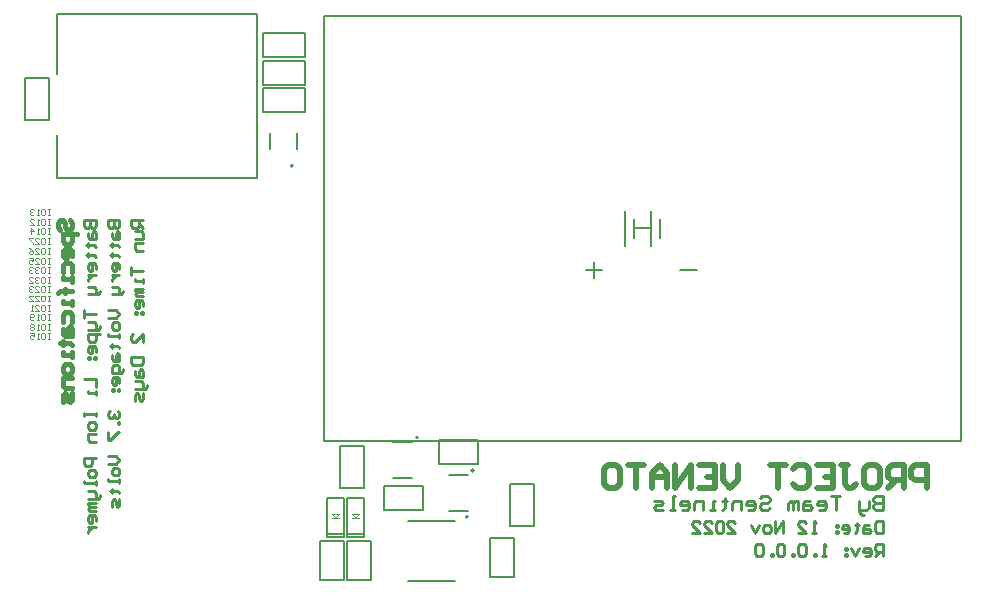
<source format=gbo>
G04*
G04 #@! TF.GenerationSoftware,Altium Limited,Altium Designer,22.0.2 (36)*
G04*
G04 Layer_Color=32896*
%FSLAX44Y44*%
%MOMM*%
G71*
G04*
G04 #@! TF.SameCoordinates,5265F303-A955-4834-83B4-5BE1E65ADB8C*
G04*
G04*
G04 #@! TF.FilePolarity,Positive*
G04*
G01*
G75*
%ADD10C,0.2000*%
%ADD11C,0.1500*%
%ADD13C,0.1000*%
%ADD14C,0.1270*%
%ADD16C,0.4000*%
%ADD17C,0.2540*%
%ADD95C,0.5000*%
%ADD118C,0.1524*%
D10*
X273000Y408000D02*
G03*
X273000Y408000I-1000J0D01*
G01*
X421000Y111000D02*
G03*
X421000Y111000I-1000J0D01*
G01*
X521000Y320000D02*
X535000D01*
X528000Y313000D02*
Y327000D01*
X601000Y320000D02*
X615000D01*
X554000Y340000D02*
Y370000D01*
X562000Y347000D02*
Y363000D01*
X576000Y340000D02*
Y370000D01*
X584000Y347000D02*
Y363000D01*
X562000Y355000D02*
X576000D01*
X439840Y59990D02*
Y93010D01*
X460160Y59990D02*
Y93010D01*
X439840Y59990D02*
X460160D01*
X439840Y93010D02*
X460160D01*
X301840Y94000D02*
X315840D01*
X301840Y126500D02*
X315840D01*
X301840Y96500D02*
Y126500D01*
X315840Y96500D02*
Y126500D01*
X308840Y96500D02*
X315840D01*
X301840D02*
X308840D01*
X315840Y94000D02*
Y96500D01*
X301840Y94000D02*
Y96500D01*
X318840Y94000D02*
X332840D01*
X318840Y126500D02*
X332840D01*
X318840Y96500D02*
Y126500D01*
X332840Y96500D02*
Y126500D01*
X325840Y96500D02*
X332840D01*
X318840D02*
X325840D01*
X332840Y94000D02*
Y96500D01*
X318840Y94000D02*
Y96500D01*
X318680Y90510D02*
X339000D01*
X318680Y57490D02*
X339000D01*
Y90510D01*
X318680Y57490D02*
Y90510D01*
X295680D02*
X316000D01*
X295680Y57490D02*
X316000D01*
Y90510D01*
X295680Y57490D02*
Y90510D01*
X383510Y116840D02*
Y137160D01*
X350490Y116840D02*
Y137160D01*
Y116840D02*
X383510D01*
X350490Y137160D02*
X383510D01*
X396490Y155840D02*
Y176160D01*
X429510Y155840D02*
Y176160D01*
X396490D02*
X429510D01*
X396490Y155840D02*
X429510D01*
X456840Y103220D02*
X477160D01*
X456840D02*
Y138780D01*
X477160Y103220D02*
Y138780D01*
X456840D02*
X477160D01*
X312840Y135220D02*
X333160D01*
X312840D02*
Y170780D01*
X333160Y135220D02*
Y170780D01*
X312840D02*
X333160D01*
X247220Y453840D02*
Y474160D01*
X282780D01*
X247220Y453840D02*
X282780D01*
Y474160D01*
X247220Y476840D02*
Y497160D01*
X282780D01*
X247220Y476840D02*
X282780D01*
Y497160D01*
X247220Y499840D02*
Y520160D01*
X282780D01*
X247220Y499840D02*
X282780D01*
Y520160D01*
X45840Y482780D02*
X66160D01*
Y447220D02*
Y482780D01*
X45840Y447220D02*
Y482780D01*
Y447220D02*
X66160D01*
D11*
X299000Y175000D02*
Y535000D01*
X839000Y175000D02*
Y535000D01*
X299000Y175000D02*
X839000D01*
X299000Y535000D02*
X839000D01*
D13*
X305840Y109750D02*
X312090D01*
X309090Y110500D02*
X311840Y113250D01*
X308840Y110500D02*
X309090D01*
X306090Y113250D02*
X308840Y110500D01*
X306090Y113250D02*
X311840D01*
X322840Y109750D02*
X329090D01*
X326090Y110500D02*
X328840Y113250D01*
X325840Y110500D02*
X326090D01*
X323090Y113250D02*
X325840Y110500D01*
X323090Y113250D02*
X328840D01*
X67000Y371248D02*
X65334D01*
X66167D01*
Y366250D01*
X67000D01*
X65334D01*
X60335Y371248D02*
X62002D01*
X62835Y370415D01*
Y367083D01*
X62002Y366250D01*
X60335D01*
X59502Y367083D01*
Y370415D01*
X60335Y371248D01*
X57836Y366250D02*
X56170D01*
X57003D01*
Y371248D01*
X57836Y370415D01*
X53671D02*
X52838Y371248D01*
X51172D01*
X50339Y370415D01*
Y369582D01*
X51172Y368749D01*
X52005D01*
X51172D01*
X50339Y367916D01*
Y367083D01*
X51172Y366250D01*
X52838D01*
X53671Y367083D01*
X67000Y363248D02*
X65334D01*
X66167D01*
Y358250D01*
X67000D01*
X65334D01*
X60335Y363248D02*
X62002D01*
X62835Y362415D01*
Y359083D01*
X62002Y358250D01*
X60335D01*
X59502Y359083D01*
Y362415D01*
X60335Y363248D01*
X57836Y358250D02*
X56170D01*
X57003D01*
Y363248D01*
X57836Y362415D01*
X50339Y358250D02*
X53671D01*
X50339Y361582D01*
Y362415D01*
X51172Y363248D01*
X52838D01*
X53671Y362415D01*
X67000Y355248D02*
X65334D01*
X66167D01*
Y350250D01*
X67000D01*
X65334D01*
X60335Y355248D02*
X62002D01*
X62835Y354415D01*
Y351083D01*
X62002Y350250D01*
X60335D01*
X59502Y351083D01*
Y354415D01*
X60335Y355248D01*
X57836Y350250D02*
X56170D01*
X57003D01*
Y355248D01*
X57836Y354415D01*
X51172Y350250D02*
Y355248D01*
X53671Y352749D01*
X50339D01*
X67000Y347248D02*
X65334D01*
X66167D01*
Y342250D01*
X67000D01*
X65334D01*
X60335Y347248D02*
X62002D01*
X62835Y346415D01*
Y343083D01*
X62002Y342250D01*
X60335D01*
X59502Y343083D01*
Y346415D01*
X60335Y347248D01*
X54504Y342250D02*
X57836D01*
X54504Y345582D01*
Y346415D01*
X55337Y347248D01*
X57003D01*
X57836Y346415D01*
X52838Y347248D02*
X49506D01*
Y346415D01*
X52838Y343083D01*
Y342250D01*
X67000Y338248D02*
X65334D01*
X66167D01*
Y333250D01*
X67000D01*
X65334D01*
X60335Y338248D02*
X62002D01*
X62835Y337415D01*
Y334083D01*
X62002Y333250D01*
X60335D01*
X59502Y334083D01*
Y337415D01*
X60335Y338248D01*
X54504Y333250D02*
X57836D01*
X54504Y336582D01*
Y337415D01*
X55337Y338248D01*
X57003D01*
X57836Y337415D01*
X49506Y338248D02*
X51172Y337415D01*
X52838Y335749D01*
Y334083D01*
X52005Y333250D01*
X50339D01*
X49506Y334083D01*
Y334916D01*
X50339Y335749D01*
X52838D01*
X67000Y330248D02*
X65334D01*
X66167D01*
Y325250D01*
X67000D01*
X65334D01*
X60335Y330248D02*
X62002D01*
X62835Y329415D01*
Y326083D01*
X62002Y325250D01*
X60335D01*
X59502Y326083D01*
Y329415D01*
X60335Y330248D01*
X54504Y325250D02*
X57836D01*
X54504Y328582D01*
Y329415D01*
X55337Y330248D01*
X57003D01*
X57836Y329415D01*
X49506Y330248D02*
X52838D01*
Y327749D01*
X51172Y328582D01*
X50339D01*
X49506Y327749D01*
Y326083D01*
X50339Y325250D01*
X52005D01*
X52838Y326083D01*
X67000Y322248D02*
X65334D01*
X66167D01*
Y317250D01*
X67000D01*
X65334D01*
X60335Y322248D02*
X62002D01*
X62835Y321415D01*
Y318083D01*
X62002Y317250D01*
X60335D01*
X59502Y318083D01*
Y321415D01*
X60335Y322248D01*
X57836Y321415D02*
X57003Y322248D01*
X55337D01*
X54504Y321415D01*
Y320582D01*
X55337Y319749D01*
X56170D01*
X55337D01*
X54504Y318916D01*
Y318083D01*
X55337Y317250D01*
X57003D01*
X57836Y318083D01*
X52838Y321415D02*
X52005Y322248D01*
X50339D01*
X49506Y321415D01*
Y320582D01*
X50339Y319749D01*
X51172D01*
X50339D01*
X49506Y318916D01*
Y318083D01*
X50339Y317250D01*
X52005D01*
X52838Y318083D01*
X67000Y314248D02*
X65334D01*
X66167D01*
Y309250D01*
X67000D01*
X65334D01*
X60335Y314248D02*
X62002D01*
X62835Y313415D01*
Y310083D01*
X62002Y309250D01*
X60335D01*
X59502Y310083D01*
Y313415D01*
X60335Y314248D01*
X57836Y313415D02*
X57003Y314248D01*
X55337D01*
X54504Y313415D01*
Y312582D01*
X55337Y311749D01*
X56170D01*
X55337D01*
X54504Y310916D01*
Y310083D01*
X55337Y309250D01*
X57003D01*
X57836Y310083D01*
X49506Y309250D02*
X52838D01*
X49506Y312582D01*
Y313415D01*
X50339Y314248D01*
X52005D01*
X52838Y313415D01*
X67000Y306248D02*
X65334D01*
X66167D01*
Y301250D01*
X67000D01*
X65334D01*
X60335Y306248D02*
X62002D01*
X62835Y305415D01*
Y302083D01*
X62002Y301250D01*
X60335D01*
X59502Y302083D01*
Y305415D01*
X60335Y306248D01*
X54504Y301250D02*
X57836D01*
X54504Y304582D01*
Y305415D01*
X55337Y306248D01*
X57003D01*
X57836Y305415D01*
X52838D02*
X52005Y306248D01*
X50339D01*
X49506Y305415D01*
Y304582D01*
X50339Y303749D01*
X51172D01*
X50339D01*
X49506Y302916D01*
Y302083D01*
X50339Y301250D01*
X52005D01*
X52838Y302083D01*
X67000Y298248D02*
X65334D01*
X66167D01*
Y293250D01*
X67000D01*
X65334D01*
X60335Y298248D02*
X62002D01*
X62835Y297415D01*
Y294083D01*
X62002Y293250D01*
X60335D01*
X59502Y294083D01*
Y297415D01*
X60335Y298248D01*
X54504Y293250D02*
X57836D01*
X54504Y296582D01*
Y297415D01*
X55337Y298248D01*
X57003D01*
X57836Y297415D01*
X49506Y293250D02*
X52838D01*
X49506Y296582D01*
Y297415D01*
X50339Y298248D01*
X52005D01*
X52838Y297415D01*
X67000Y290248D02*
X65334D01*
X66167D01*
Y285250D01*
X67000D01*
X65334D01*
X60335Y290248D02*
X62002D01*
X62835Y289415D01*
Y286083D01*
X62002Y285250D01*
X60335D01*
X59502Y286083D01*
Y289415D01*
X60335Y290248D01*
X54504Y285250D02*
X57836D01*
X54504Y288582D01*
Y289415D01*
X55337Y290248D01*
X57003D01*
X57836Y289415D01*
X52838Y285250D02*
X51172D01*
X52005D01*
Y290248D01*
X52838Y289415D01*
X67000Y282248D02*
X65334D01*
X66167D01*
Y277250D01*
X67000D01*
X65334D01*
X60335Y282248D02*
X62002D01*
X62835Y281415D01*
Y278083D01*
X62002Y277250D01*
X60335D01*
X59502Y278083D01*
Y281415D01*
X60335Y282248D01*
X57836Y277250D02*
X56170D01*
X57003D01*
Y282248D01*
X57836Y281415D01*
X53671Y278083D02*
X52838Y277250D01*
X51172D01*
X50339Y278083D01*
Y281415D01*
X51172Y282248D01*
X52838D01*
X53671Y281415D01*
Y280582D01*
X52838Y279749D01*
X50339D01*
X67000Y274248D02*
X65334D01*
X66167D01*
Y269250D01*
X67000D01*
X65334D01*
X60335Y274248D02*
X62002D01*
X62835Y273415D01*
Y270083D01*
X62002Y269250D01*
X60335D01*
X59502Y270083D01*
Y273415D01*
X60335Y274248D01*
X57836Y269250D02*
X56170D01*
X57003D01*
Y274248D01*
X57836Y273415D01*
X53671D02*
X52838Y274248D01*
X51172D01*
X50339Y273415D01*
Y272582D01*
X51172Y271749D01*
X50339Y270916D01*
Y270083D01*
X51172Y269250D01*
X52838D01*
X53671Y270083D01*
Y270916D01*
X52838Y271749D01*
X53671Y272582D01*
Y273415D01*
X52838Y271749D02*
X51172D01*
X67000Y266248D02*
X65334D01*
X66167D01*
Y261250D01*
X67000D01*
X65334D01*
X60335Y266248D02*
X62002D01*
X62835Y265415D01*
Y262083D01*
X62002Y261250D01*
X60335D01*
X59502Y262083D01*
Y265415D01*
X60335Y266248D01*
X57836Y261250D02*
X56170D01*
X57003D01*
Y266248D01*
X57836Y265415D01*
X50339Y266248D02*
X53671D01*
Y263749D01*
X52005Y264582D01*
X51172D01*
X50339Y263749D01*
Y262083D01*
X51172Y261250D01*
X52838D01*
X53671Y262083D01*
D14*
X379000Y178000D02*
G03*
X379000Y178000I-1000J0D01*
G01*
X426000Y150000D02*
G03*
X426000Y150000I-1000J0D01*
G01*
X253300Y422200D02*
Y435800D01*
X276700Y422200D02*
Y435800D01*
X370000Y107500D02*
X410000D01*
X370000Y56500D02*
X410000D01*
X73200Y397750D02*
Y434500D01*
Y486000D02*
Y536250D01*
X242800Y397750D02*
Y536250D01*
X73200Y397750D02*
X242800D01*
X73200Y536250D02*
X242800D01*
D16*
X76005Y354003D02*
X74005Y356002D01*
Y360001D01*
X76005Y362000D01*
X78004D01*
X80003Y360001D01*
Y356002D01*
X82003Y354003D01*
X84002D01*
X86001Y356002D01*
Y360001D01*
X84002Y362000D01*
X90000Y350004D02*
X78004D01*
Y344006D01*
X80003Y342006D01*
X84002D01*
X86001Y344006D01*
Y350004D01*
Y332010D02*
Y336008D01*
X84002Y338008D01*
X80003D01*
X78004Y336008D01*
Y332010D01*
X80003Y330010D01*
X82003D01*
Y338008D01*
X78004Y318014D02*
Y324012D01*
X80003Y326012D01*
X84002D01*
X86001Y324012D01*
Y318014D01*
Y314016D02*
Y310017D01*
Y312016D01*
X78004D01*
Y314016D01*
X86001Y302019D02*
X76005D01*
X80003D01*
Y304019D01*
Y300020D01*
Y302019D01*
X76005D01*
X74005Y300020D01*
X86001Y294022D02*
Y290023D01*
Y292023D01*
X78004D01*
Y294022D01*
Y276028D02*
Y282026D01*
X80003Y284025D01*
X84002D01*
X86001Y282026D01*
Y276028D01*
X78004Y270030D02*
Y266031D01*
X80003Y264032D01*
X86001D01*
Y270030D01*
X84002Y272029D01*
X82003Y270030D01*
Y264032D01*
X76005Y258034D02*
X78004D01*
Y260033D01*
Y256034D01*
Y258034D01*
X84002D01*
X86001Y256034D01*
Y250036D02*
Y246038D01*
Y248037D01*
X78004D01*
Y250036D01*
X86001Y238040D02*
Y234041D01*
X84002Y232042D01*
X80003D01*
X78004Y234041D01*
Y238040D01*
X80003Y240039D01*
X84002D01*
X86001Y238040D01*
Y228043D02*
X78004D01*
Y222045D01*
X80003Y220046D01*
X86001D01*
Y216047D02*
Y210049D01*
X84002Y208050D01*
X82003Y210049D01*
Y214048D01*
X80003Y216047D01*
X78004Y214048D01*
Y208050D01*
D17*
X146128Y362460D02*
X136131D01*
Y357462D01*
X137797Y355796D01*
X141129D01*
X142795Y357462D01*
Y362460D01*
Y359128D02*
X146128Y355796D01*
X139463Y352463D02*
X144462D01*
X146128Y350797D01*
Y345799D01*
X139463D01*
X146128Y342466D02*
X139463D01*
Y337468D01*
X141129Y335802D01*
X146128D01*
X136131Y322473D02*
Y315808D01*
Y319141D01*
X146128D01*
Y312476D02*
Y309144D01*
Y310810D01*
X139463D01*
Y312476D01*
X146128Y304146D02*
X139463D01*
Y302479D01*
X141129Y300813D01*
X146128D01*
X141129D01*
X139463Y299147D01*
X141129Y297481D01*
X146128D01*
Y289150D02*
Y292482D01*
X144462Y294149D01*
X141129D01*
X139463Y292482D01*
Y289150D01*
X141129Y287484D01*
X142795D01*
Y294149D01*
X139463Y284152D02*
Y282486D01*
X141129D01*
Y284152D01*
X139463D01*
X144462D02*
Y282486D01*
X146128D01*
Y284152D01*
X144462D01*
X146128Y259160D02*
Y265825D01*
X139463Y259160D01*
X137797D01*
X136131Y260826D01*
Y264158D01*
X137797Y265825D01*
X136131Y245831D02*
X146128D01*
Y240833D01*
X144462Y239166D01*
X137797D01*
X136131Y240833D01*
Y245831D01*
X139463Y234168D02*
Y230836D01*
X141129Y229170D01*
X146128D01*
Y234168D01*
X144462Y235834D01*
X142795Y234168D01*
Y229170D01*
X139463Y225837D02*
X144462D01*
X146128Y224171D01*
Y219173D01*
X147794D01*
X149460Y220839D01*
Y222505D01*
X146128Y219173D02*
X139463D01*
X146128Y215841D02*
Y210842D01*
X144462Y209176D01*
X142795Y210842D01*
Y214174D01*
X141129Y215841D01*
X139463Y214174D01*
Y209176D01*
X116131Y362460D02*
X126128D01*
Y357462D01*
X124462Y355796D01*
X122795D01*
X121129Y357462D01*
Y362460D01*
Y357462D01*
X119463Y355796D01*
X117797D01*
X116131Y357462D01*
Y362460D01*
X119463Y350797D02*
Y347465D01*
X121129Y345799D01*
X126128D01*
Y350797D01*
X124462Y352463D01*
X122795Y350797D01*
Y345799D01*
X117797Y340800D02*
X119463D01*
Y342466D01*
Y339134D01*
Y340800D01*
X124462D01*
X126128Y339134D01*
X117797Y332470D02*
X119463D01*
Y334136D01*
Y330804D01*
Y332470D01*
X124462D01*
X126128Y330804D01*
Y320807D02*
Y324139D01*
X124462Y325805D01*
X121129D01*
X119463Y324139D01*
Y320807D01*
X121129Y319141D01*
X122795D01*
Y325805D01*
X119463Y315808D02*
X126128D01*
X122795D01*
X121129Y314142D01*
X119463Y312476D01*
Y310810D01*
Y305812D02*
X124462D01*
X126128Y304146D01*
Y299147D01*
X127794D01*
X129460Y300813D01*
Y302479D01*
X126128Y299147D02*
X119463D01*
X116131Y285818D02*
X122795D01*
X126128Y282486D01*
X122795Y279153D01*
X116131D01*
X126128Y274155D02*
Y270823D01*
X124462Y269157D01*
X121129D01*
X119463Y270823D01*
Y274155D01*
X121129Y275821D01*
X124462D01*
X126128Y274155D01*
Y265825D02*
Y262492D01*
Y264158D01*
X116131D01*
Y265825D01*
X117797Y255828D02*
X119463D01*
Y257494D01*
Y254162D01*
Y255828D01*
X124462D01*
X126128Y254162D01*
X119463Y247497D02*
Y244165D01*
X121129Y242499D01*
X126128D01*
Y247497D01*
X124462Y249163D01*
X122795Y247497D01*
Y242499D01*
X129460Y235834D02*
Y234168D01*
X127794Y232502D01*
X119463D01*
Y237500D01*
X121129Y239166D01*
X124462D01*
X126128Y237500D01*
Y232502D01*
Y224171D02*
Y227504D01*
X124462Y229170D01*
X121129D01*
X119463Y227504D01*
Y224171D01*
X121129Y222505D01*
X122795D01*
Y229170D01*
X119463Y219173D02*
Y217507D01*
X121129D01*
Y219173D01*
X119463D01*
X124462D02*
Y217507D01*
X126128D01*
Y219173D01*
X124462D01*
X117797Y200845D02*
X116131Y199179D01*
Y195847D01*
X117797Y194181D01*
X119463D01*
X121129Y195847D01*
Y197513D01*
Y195847D01*
X122795Y194181D01*
X124462D01*
X126128Y195847D01*
Y199179D01*
X124462Y200845D01*
X126128Y190849D02*
X124462D01*
Y189182D01*
X126128D01*
Y190849D01*
X116131Y182518D02*
Y175854D01*
X117797D01*
X124462Y182518D01*
X126128D01*
X116131Y162525D02*
X122795D01*
X126128Y159192D01*
X122795Y155860D01*
X116131D01*
X126128Y150862D02*
Y147529D01*
X124462Y145863D01*
X121129D01*
X119463Y147529D01*
Y150862D01*
X121129Y152528D01*
X124462D01*
X126128Y150862D01*
Y142531D02*
Y139199D01*
Y140865D01*
X116131D01*
Y142531D01*
X117797Y132534D02*
X119463D01*
Y134200D01*
Y130868D01*
Y132534D01*
X124462D01*
X126128Y130868D01*
Y125870D02*
Y120871D01*
X124462Y119205D01*
X122795Y120871D01*
Y124204D01*
X121129Y125870D01*
X119463Y124204D01*
Y119205D01*
X96131Y362460D02*
X106128D01*
Y357462D01*
X104462Y355796D01*
X102795D01*
X101129Y357462D01*
Y362460D01*
Y357462D01*
X99463Y355796D01*
X97797D01*
X96131Y357462D01*
Y362460D01*
X99463Y350797D02*
Y347465D01*
X101129Y345799D01*
X106128D01*
Y350797D01*
X104462Y352463D01*
X102795Y350797D01*
Y345799D01*
X97797Y340800D02*
X99463D01*
Y342466D01*
Y339134D01*
Y340800D01*
X104462D01*
X106128Y339134D01*
X97797Y332470D02*
X99463D01*
Y334136D01*
Y330803D01*
Y332470D01*
X104462D01*
X106128Y330803D01*
Y320807D02*
Y324139D01*
X104462Y325805D01*
X101129D01*
X99463Y324139D01*
Y320807D01*
X101129Y319141D01*
X102795D01*
Y325805D01*
X99463Y315808D02*
X106128D01*
X102795D01*
X101129Y314142D01*
X99463Y312476D01*
Y310810D01*
Y305812D02*
X104462D01*
X106128Y304145D01*
Y299147D01*
X107794D01*
X109460Y300813D01*
Y302479D01*
X106128Y299147D02*
X99463D01*
X96131Y285818D02*
Y279153D01*
Y282486D01*
X106128D01*
X99463Y275821D02*
X104462D01*
X106128Y274155D01*
Y269157D01*
X107794D01*
X109460Y270823D01*
Y272489D01*
X106128Y269157D02*
X99463D01*
X109460Y265825D02*
X99463D01*
Y260826D01*
X101129Y259160D01*
X104462D01*
X106128Y260826D01*
Y265825D01*
Y250829D02*
Y254161D01*
X104462Y255828D01*
X101129D01*
X99463Y254161D01*
Y250829D01*
X101129Y249163D01*
X102795D01*
Y255828D01*
X99463Y245831D02*
Y244165D01*
X101129D01*
Y245831D01*
X99463D01*
X104462D02*
Y244165D01*
X106128D01*
Y245831D01*
X104462D01*
X96131Y227504D02*
X106128D01*
Y220839D01*
Y217507D02*
Y214174D01*
Y215841D01*
X99463D01*
Y217507D01*
X96131Y199179D02*
Y195847D01*
Y197513D01*
X106128D01*
Y199179D01*
Y195847D01*
Y189182D02*
Y185850D01*
X104462Y184184D01*
X101129D01*
X99463Y185850D01*
Y189182D01*
X101129Y190849D01*
X104462D01*
X106128Y189182D01*
Y180852D02*
X99463D01*
Y175854D01*
X101129Y174187D01*
X106128D01*
Y160858D02*
X96131D01*
Y155860D01*
X97797Y154194D01*
X101129D01*
X102795Y155860D01*
Y160858D01*
X106128Y149195D02*
Y145863D01*
X104462Y144197D01*
X101129D01*
X99463Y145863D01*
Y149195D01*
X101129Y150862D01*
X104462D01*
X106128Y149195D01*
Y140865D02*
Y137533D01*
Y139199D01*
X96131D01*
Y140865D01*
X99463Y132534D02*
X104462D01*
X106128Y130868D01*
Y125870D01*
X107794D01*
X109460Y127536D01*
Y129202D01*
X106128Y125870D02*
X99463D01*
X106128Y122537D02*
X99463D01*
Y120871D01*
X101129Y119205D01*
X106128D01*
X101129D01*
X99463Y117539D01*
X101129Y115873D01*
X106128D01*
Y107542D02*
Y110874D01*
X104462Y112541D01*
X101129D01*
X99463Y110874D01*
Y107542D01*
X101129Y105876D01*
X102795D01*
Y112541D01*
X99463Y102544D02*
X106128D01*
X102795D01*
X101129Y100878D01*
X99463Y99212D01*
Y97545D01*
X772460Y77540D02*
Y87537D01*
X767462D01*
X765796Y85871D01*
Y82538D01*
X767462Y80872D01*
X772460D01*
X769128D02*
X765796Y77540D01*
X757465D02*
X760797D01*
X762463Y79206D01*
Y82538D01*
X760797Y84205D01*
X757465D01*
X755799Y82538D01*
Y80872D01*
X762463D01*
X752466Y84205D02*
X749134Y77540D01*
X745802Y84205D01*
X742470D02*
X740804D01*
Y82538D01*
X742470D01*
Y84205D01*
Y79206D02*
X740804D01*
Y77540D01*
X742470D01*
Y79206D01*
X724142Y77540D02*
X720810D01*
X722476D01*
Y87537D01*
X724142Y85871D01*
X715812Y77540D02*
Y79206D01*
X714146D01*
Y77540D01*
X715812D01*
X707481Y85871D02*
X705815Y87537D01*
X702483D01*
X700816Y85871D01*
Y79206D01*
X702483Y77540D01*
X705815D01*
X707481Y79206D01*
Y85871D01*
X697484Y77540D02*
Y79206D01*
X695818D01*
Y77540D01*
X697484D01*
X689154Y85871D02*
X687487Y87537D01*
X684155D01*
X682489Y85871D01*
Y79206D01*
X684155Y77540D01*
X687487D01*
X689154Y79206D01*
Y85871D01*
X679157Y77540D02*
Y79206D01*
X677491D01*
Y77540D01*
X679157D01*
X670826Y85871D02*
X669160Y87537D01*
X665828D01*
X664162Y85871D01*
Y79206D01*
X665828Y77540D01*
X669160D01*
X670826Y79206D01*
Y85871D01*
X772460Y107537D02*
Y97540D01*
X767462D01*
X765796Y99206D01*
Y105871D01*
X767462Y107537D01*
X772460D01*
X760797Y104205D02*
X757465D01*
X755799Y102538D01*
Y97540D01*
X760797D01*
X762463Y99206D01*
X760797Y100872D01*
X755799D01*
X750800Y105871D02*
Y104205D01*
X752466D01*
X749134D01*
X750800D01*
Y99206D01*
X749134Y97540D01*
X739137D02*
X742470D01*
X744136Y99206D01*
Y102538D01*
X742470Y104205D01*
X739137D01*
X737471Y102538D01*
Y100872D01*
X744136D01*
X734139Y104205D02*
X732473D01*
Y102538D01*
X734139D01*
Y104205D01*
Y99206D02*
X732473D01*
Y97540D01*
X734139D01*
Y99206D01*
X715812Y97540D02*
X712479D01*
X714146D01*
Y107537D01*
X715812Y105871D01*
X700816Y97540D02*
X707481D01*
X700816Y104205D01*
Y105871D01*
X702483Y107537D01*
X705815D01*
X707481Y105871D01*
X687487Y97540D02*
Y107537D01*
X680823Y97540D01*
Y107537D01*
X675825Y97540D02*
X672492D01*
X670826Y99206D01*
Y102538D01*
X672492Y104205D01*
X675825D01*
X677491Y102538D01*
Y99206D01*
X675825Y97540D01*
X667494Y104205D02*
X664162Y97540D01*
X660829Y104205D01*
X640836Y97540D02*
X647500D01*
X640836Y104205D01*
Y105871D01*
X642502Y107537D01*
X645834D01*
X647500Y105871D01*
X637504D02*
X635837Y107537D01*
X632505D01*
X630839Y105871D01*
Y99206D01*
X632505Y97540D01*
X635837D01*
X637504Y99206D01*
Y105871D01*
X620842Y97540D02*
X627507D01*
X620842Y104205D01*
Y105871D01*
X622508Y107537D01*
X625841D01*
X627507Y105871D01*
X610845Y97540D02*
X617510D01*
X610845Y104205D01*
Y105871D01*
X612512Y107537D01*
X615844D01*
X617510Y105871D01*
X772460Y128535D02*
Y116539D01*
X766462D01*
X764463Y118538D01*
Y120537D01*
X766462Y122537D01*
X772460D01*
X766462D01*
X764463Y124536D01*
Y126536D01*
X766462Y128535D01*
X772460D01*
X760464Y124536D02*
Y118538D01*
X758465Y116539D01*
X752467D01*
Y114539D01*
X754466Y112540D01*
X756465D01*
X752467Y116539D02*
Y124536D01*
X736472Y128535D02*
X728474D01*
X732473D01*
Y116539D01*
X718477D02*
X722476D01*
X724475Y118538D01*
Y122537D01*
X722476Y124536D01*
X718477D01*
X716478Y122537D01*
Y120537D01*
X724475D01*
X710480Y124536D02*
X706481D01*
X704482Y122537D01*
Y116539D01*
X710480D01*
X712479Y118538D01*
X710480Y120537D01*
X704482D01*
X700483Y116539D02*
Y124536D01*
X698484D01*
X696485Y122537D01*
Y116539D01*
Y122537D01*
X694485Y124536D01*
X692486Y122537D01*
Y116539D01*
X668494Y126536D02*
X670493Y128535D01*
X674492D01*
X676491Y126536D01*
Y124536D01*
X674492Y122537D01*
X670493D01*
X668494Y120537D01*
Y118538D01*
X670493Y116539D01*
X674492D01*
X676491Y118538D01*
X658497Y116539D02*
X662496D01*
X664495Y118538D01*
Y122537D01*
X662496Y124536D01*
X658497D01*
X656497Y122537D01*
Y120537D01*
X664495D01*
X652499Y116539D02*
Y124536D01*
X646501D01*
X644501Y122537D01*
Y116539D01*
X638503Y126536D02*
Y124536D01*
X640503D01*
X636504D01*
X638503D01*
Y118538D01*
X636504Y116539D01*
X630506D02*
X626507D01*
X628507D01*
Y124536D01*
X630506D01*
X620509Y116539D02*
Y124536D01*
X614511D01*
X612512Y122537D01*
Y116539D01*
X602515D02*
X606514D01*
X608513Y118538D01*
Y122537D01*
X606514Y124536D01*
X602515D01*
X600516Y122537D01*
Y120537D01*
X608513D01*
X596517Y116539D02*
X592518D01*
X594518D01*
Y128535D01*
X596517D01*
X586520Y116539D02*
X580522D01*
X578523Y118538D01*
X580522Y120537D01*
X584521D01*
X586520Y122537D01*
X584521Y124536D01*
X578523D01*
D95*
X810000Y135000D02*
Y154993D01*
X800003D01*
X796671Y151661D01*
Y144997D01*
X800003Y141664D01*
X810000D01*
X790006Y135000D02*
Y154993D01*
X780010D01*
X776677Y151661D01*
Y144997D01*
X780010Y141664D01*
X790006D01*
X783342D02*
X776677Y135000D01*
X760016Y154993D02*
X766681D01*
X770013Y151661D01*
Y138332D01*
X766681Y135000D01*
X760016D01*
X756684Y138332D01*
Y151661D01*
X760016Y154993D01*
X736690D02*
X743355D01*
X740023D01*
Y138332D01*
X743355Y135000D01*
X746687D01*
X750019Y138332D01*
X716697Y154993D02*
X730026D01*
Y135000D01*
X716697D01*
X730026Y144997D02*
X723361D01*
X696703Y151661D02*
X700035Y154993D01*
X706700D01*
X710032Y151661D01*
Y138332D01*
X706700Y135000D01*
X700035D01*
X696703Y138332D01*
X690039Y154993D02*
X676710D01*
X683374D01*
Y135000D01*
X650051Y154993D02*
Y141664D01*
X643387Y135000D01*
X636722Y141664D01*
Y154993D01*
X616729D02*
X630058D01*
Y135000D01*
X616729D01*
X630058Y144997D02*
X623394D01*
X610064Y135000D02*
Y154993D01*
X596735Y135000D01*
Y154993D01*
X590071Y135000D02*
Y148329D01*
X583406Y154993D01*
X576742Y148329D01*
Y135000D01*
Y144997D01*
X590071D01*
X570077Y154993D02*
X556748D01*
X563413D01*
Y135000D01*
X540087Y154993D02*
X546752D01*
X550084Y151661D01*
Y138332D01*
X546752Y135000D01*
X540087D01*
X536755Y138332D01*
Y151661D01*
X540087Y154993D01*
D118*
X357800Y144000D02*
X374000D01*
X357800Y174000D02*
X374000D01*
X404800Y116000D02*
X421000D01*
X404800Y146000D02*
X421000D01*
M02*

</source>
